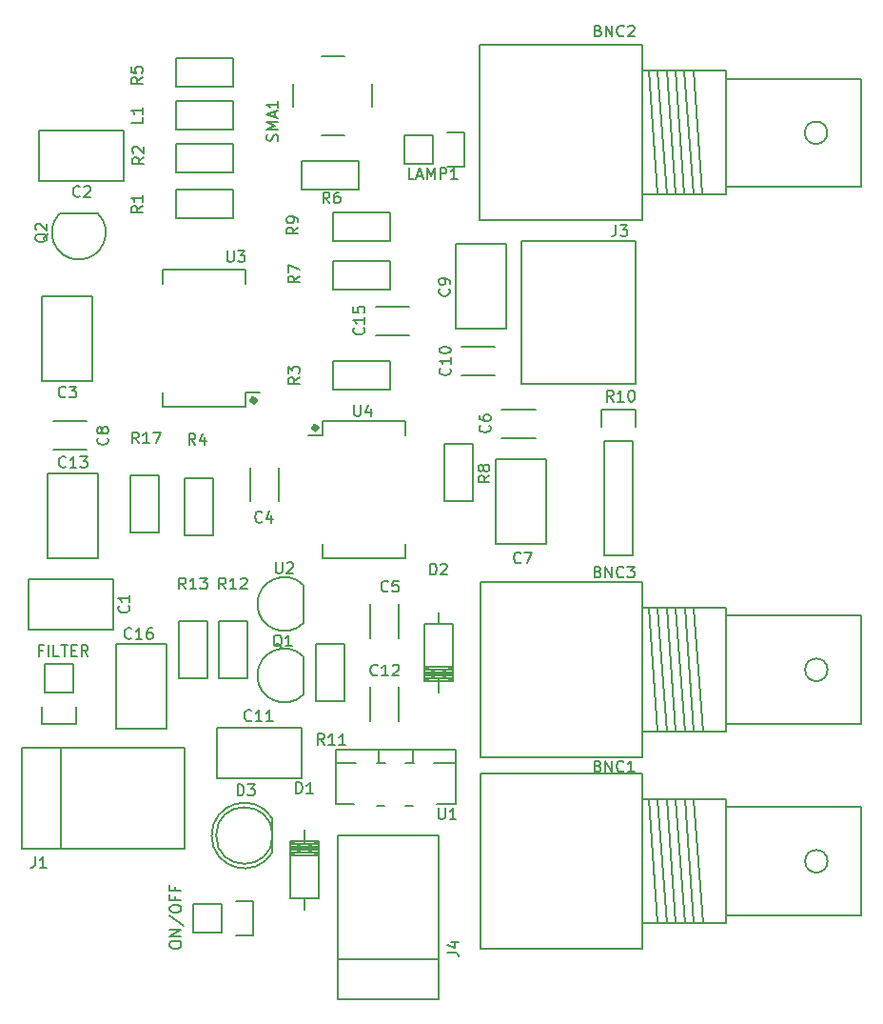
<source format=gto>
%TF.GenerationSoftware,KiCad,Pcbnew,4.0.4+e1-6308~48~ubuntu16.04.1-stable*%
%TF.CreationDate,2016-12-09T19:15:12-08:00*%
%TF.ProjectId,e202var-vlf-radio-receiver,653230327661722D766C662D72616469,v1.2*%
%TF.FileFunction,Legend,Top*%
%FSLAX46Y46*%
G04 Gerber Fmt 4.6, Leading zero omitted, Abs format (unit mm)*
G04 Created by KiCad (PCBNEW 4.0.4+e1-6308~48~ubuntu16.04.1-stable) date Fri Dec  9 19:15:12 2016*
%MOMM*%
%LPD*%
G01*
G04 APERTURE LIST*
%ADD10C,0.350000*%
%ADD11C,0.152400*%
%ADD12C,0.150000*%
%ADD13C,0.508000*%
G04 APERTURE END LIST*
D10*
D11*
X71833619Y-118515190D02*
X71833619Y-118321667D01*
X71882000Y-118224905D01*
X71978762Y-118128143D01*
X72172286Y-118079762D01*
X72510952Y-118079762D01*
X72704476Y-118128143D01*
X72801238Y-118224905D01*
X72849619Y-118321667D01*
X72849619Y-118515190D01*
X72801238Y-118611952D01*
X72704476Y-118708714D01*
X72510952Y-118757095D01*
X72172286Y-118757095D01*
X71978762Y-118708714D01*
X71882000Y-118611952D01*
X71833619Y-118515190D01*
X72849619Y-117644333D02*
X71833619Y-117644333D01*
X72849619Y-117063762D01*
X71833619Y-117063762D01*
X71785238Y-115854238D02*
X73091524Y-116725095D01*
X71833619Y-115322047D02*
X71833619Y-115128524D01*
X71882000Y-115031762D01*
X71978762Y-114935000D01*
X72172286Y-114886619D01*
X72510952Y-114886619D01*
X72704476Y-114935000D01*
X72801238Y-115031762D01*
X72849619Y-115128524D01*
X72849619Y-115322047D01*
X72801238Y-115418809D01*
X72704476Y-115515571D01*
X72510952Y-115563952D01*
X72172286Y-115563952D01*
X71978762Y-115515571D01*
X71882000Y-115418809D01*
X71833619Y-115322047D01*
X72317429Y-114112524D02*
X72317429Y-114451190D01*
X72849619Y-114451190D02*
X71833619Y-114451190D01*
X71833619Y-113967381D01*
X72317429Y-113241667D02*
X72317429Y-113580333D01*
X72849619Y-113580333D02*
X71833619Y-113580333D01*
X71833619Y-113096524D01*
D12*
X86812120Y-119722900D02*
X95813880Y-119722900D01*
X86812120Y-123223020D02*
X95813880Y-123223020D01*
X95813880Y-123223020D02*
X95813880Y-108722160D01*
X95813880Y-108722160D02*
X86812120Y-108722160D01*
X86812120Y-108722160D02*
X86812120Y-123223020D01*
X62189360Y-100909120D02*
X62189360Y-109910880D01*
X58689240Y-100909120D02*
X58689240Y-109910880D01*
X58689240Y-109910880D02*
X73190100Y-109910880D01*
X73190100Y-109910880D02*
X73190100Y-100909120D01*
X73190100Y-100909120D02*
X58689240Y-100909120D01*
X85360000Y-39420800D02*
X87360000Y-39420800D01*
X89865200Y-41926000D02*
X89865200Y-43926000D01*
X87360000Y-46431200D02*
X85360000Y-46431200D01*
X82854800Y-43926000D02*
X82854800Y-41926000D01*
X118480840Y-105498900D02*
X119280940Y-116497100D01*
X117680740Y-105498900D02*
X118480840Y-116497100D01*
X116880640Y-105498900D02*
X117680740Y-116497100D01*
X116080540Y-105498900D02*
X116880640Y-116497100D01*
X115280440Y-105498900D02*
X116080540Y-116497100D01*
X114480340Y-105498900D02*
X115280440Y-116497100D01*
X130380740Y-110998000D02*
G75*
G03X130380740Y-110998000I-1000760J0D01*
G01*
X121378980Y-115798600D02*
X133380480Y-115798600D01*
X133380480Y-115798600D02*
X133380480Y-106197400D01*
X133380480Y-106197400D02*
X121378980Y-106197400D01*
X113880900Y-116497100D02*
X121378980Y-116497100D01*
X121378980Y-116497100D02*
X121378980Y-105498900D01*
X121378980Y-105498900D02*
X113880900Y-105498900D01*
X99479100Y-103197660D02*
X99479100Y-118798340D01*
X99479100Y-118798340D02*
X113880900Y-118798340D01*
X113880900Y-118798340D02*
X113880900Y-103197660D01*
X113880900Y-103197660D02*
X99479100Y-103197660D01*
X118455440Y-40746680D02*
X119255540Y-51744880D01*
X117655340Y-40746680D02*
X118455440Y-51744880D01*
X116855240Y-40746680D02*
X117655340Y-51744880D01*
X116055140Y-40746680D02*
X116855240Y-51744880D01*
X115255040Y-40746680D02*
X116055140Y-51744880D01*
X114454940Y-40746680D02*
X115255040Y-51744880D01*
X130355340Y-46245780D02*
G75*
G03X130355340Y-46245780I-1000760J0D01*
G01*
X121353580Y-51046380D02*
X133355080Y-51046380D01*
X133355080Y-51046380D02*
X133355080Y-41445180D01*
X133355080Y-41445180D02*
X121353580Y-41445180D01*
X113855500Y-51744880D02*
X121353580Y-51744880D01*
X121353580Y-51744880D02*
X121353580Y-40746680D01*
X121353580Y-40746680D02*
X113855500Y-40746680D01*
X99453700Y-38445440D02*
X99453700Y-54046120D01*
X99453700Y-54046120D02*
X113855500Y-54046120D01*
X113855500Y-54046120D02*
X113855500Y-38445440D01*
X113855500Y-38445440D02*
X99453700Y-38445440D01*
X118480840Y-88480900D02*
X119280940Y-99479100D01*
X117680740Y-88480900D02*
X118480840Y-99479100D01*
X116880640Y-88480900D02*
X117680740Y-99479100D01*
X116080540Y-88480900D02*
X116880640Y-99479100D01*
X115280440Y-88480900D02*
X116080540Y-99479100D01*
X114480340Y-88480900D02*
X115280440Y-99479100D01*
X130380740Y-93980000D02*
G75*
G03X130380740Y-93980000I-1000760J0D01*
G01*
X121378980Y-98780600D02*
X133380480Y-98780600D01*
X133380480Y-98780600D02*
X133380480Y-89179400D01*
X133380480Y-89179400D02*
X121378980Y-89179400D01*
X113880900Y-99479100D02*
X121378980Y-99479100D01*
X121378980Y-99479100D02*
X121378980Y-88480900D01*
X121378980Y-88480900D02*
X113880900Y-88480900D01*
X99479100Y-86179660D02*
X99479100Y-101780340D01*
X99479100Y-101780340D02*
X113880900Y-101780340D01*
X113880900Y-101780340D02*
X113880900Y-86179660D01*
X113880900Y-86179660D02*
X99479100Y-86179660D01*
X59282000Y-85888000D02*
X66782000Y-85888000D01*
X66782000Y-85888000D02*
X66782000Y-90388000D01*
X66782000Y-90388000D02*
X59282000Y-90388000D01*
X59282000Y-90388000D02*
X59282000Y-85888000D01*
X67718000Y-50510000D02*
X60218000Y-50510000D01*
X60218000Y-50510000D02*
X60218000Y-46010000D01*
X60218000Y-46010000D02*
X67718000Y-46010000D01*
X67718000Y-46010000D02*
X67718000Y-50510000D01*
X60488000Y-68306000D02*
X60488000Y-60806000D01*
X60488000Y-60806000D02*
X64988000Y-60806000D01*
X64988000Y-60806000D02*
X64988000Y-68306000D01*
X64988000Y-68306000D02*
X60488000Y-68306000D01*
X81514000Y-75990000D02*
X81514000Y-78990000D01*
X79014000Y-78990000D02*
X79014000Y-75990000D01*
X92182000Y-88142000D02*
X92182000Y-91142000D01*
X89682000Y-91142000D02*
X89682000Y-88142000D01*
X104390000Y-73386000D02*
X101390000Y-73386000D01*
X101390000Y-70886000D02*
X104390000Y-70886000D01*
X105374000Y-75284000D02*
X105374000Y-82784000D01*
X105374000Y-82784000D02*
X100874000Y-82784000D01*
X100874000Y-82784000D02*
X100874000Y-75284000D01*
X100874000Y-75284000D02*
X105374000Y-75284000D01*
X61472000Y-71902000D02*
X64472000Y-71902000D01*
X64472000Y-74402000D02*
X61472000Y-74402000D01*
X97318000Y-63654000D02*
X97318000Y-56154000D01*
X97318000Y-56154000D02*
X101818000Y-56154000D01*
X101818000Y-56154000D02*
X101818000Y-63654000D01*
X101818000Y-63654000D02*
X97318000Y-63654000D01*
X97794000Y-65298000D02*
X100794000Y-65298000D01*
X100794000Y-67798000D02*
X97794000Y-67798000D01*
X89682000Y-98508000D02*
X89682000Y-95508000D01*
X92182000Y-95508000D02*
X92182000Y-98508000D01*
X65496000Y-76554000D02*
X65496000Y-84054000D01*
X65496000Y-84054000D02*
X60996000Y-84054000D01*
X60996000Y-84054000D02*
X60996000Y-76554000D01*
X60996000Y-76554000D02*
X65496000Y-76554000D01*
X93174000Y-64242000D02*
X90174000Y-64242000D01*
X90174000Y-61742000D02*
X93174000Y-61742000D01*
X67092000Y-99214000D02*
X67092000Y-91714000D01*
X67092000Y-91714000D02*
X71592000Y-91714000D01*
X71592000Y-91714000D02*
X71592000Y-99214000D01*
X71592000Y-99214000D02*
X67092000Y-99214000D01*
X83820000Y-114300000D02*
X83820000Y-115316000D01*
X83820000Y-109474000D02*
X83820000Y-108204000D01*
X85090000Y-109728000D02*
X82550000Y-109728000D01*
X85090000Y-109982000D02*
X82550000Y-109982000D01*
X85090000Y-110236000D02*
X82550000Y-110236000D01*
X85090000Y-109474000D02*
X82550000Y-109474000D01*
X85090000Y-110490000D02*
X82550000Y-109220000D01*
X85090000Y-109220000D02*
X82550000Y-110490000D01*
X85090000Y-110490000D02*
X82550000Y-110490000D01*
X85090000Y-109855000D02*
X82550000Y-109855000D01*
X82550000Y-109220000D02*
X85090000Y-109220000D01*
X85090000Y-109220000D02*
X85090000Y-114300000D01*
X85090000Y-114300000D02*
X82550000Y-114300000D01*
X82550000Y-114300000D02*
X82550000Y-109220000D01*
X95752920Y-89916000D02*
X95752920Y-88900000D01*
X95752920Y-94742000D02*
X95752920Y-96012000D01*
X94482920Y-94488000D02*
X97022920Y-94488000D01*
X94482920Y-94234000D02*
X97022920Y-94234000D01*
X94482920Y-93980000D02*
X97022920Y-93980000D01*
X94482920Y-94742000D02*
X97022920Y-94742000D01*
X94482920Y-93726000D02*
X97022920Y-94996000D01*
X94482920Y-94996000D02*
X97022920Y-93726000D01*
X94482920Y-93726000D02*
X97022920Y-93726000D01*
X94482920Y-94361000D02*
X97022920Y-94361000D01*
X97022920Y-94996000D02*
X94482920Y-94996000D01*
X94482920Y-94996000D02*
X94482920Y-89916000D01*
X94482920Y-89916000D02*
X97022920Y-89916000D01*
X97022920Y-89916000D02*
X97022920Y-94996000D01*
X76454000Y-117348000D02*
X73914000Y-117348000D01*
X79274000Y-117628000D02*
X77724000Y-117628000D01*
X76454000Y-117348000D02*
X76454000Y-114808000D01*
X77724000Y-114528000D02*
X79274000Y-114528000D01*
X79274000Y-114528000D02*
X79274000Y-117628000D01*
X76454000Y-114808000D02*
X73914000Y-114808000D01*
X73914000Y-114808000D02*
X73914000Y-117348000D01*
X60706000Y-96012000D02*
X60706000Y-93472000D01*
X60426000Y-98832000D02*
X60426000Y-97282000D01*
X60706000Y-96012000D02*
X63246000Y-96012000D01*
X63526000Y-97282000D02*
X63526000Y-98832000D01*
X63526000Y-98832000D02*
X60426000Y-98832000D01*
X63246000Y-96012000D02*
X63246000Y-93472000D01*
X63246000Y-93472000D02*
X60706000Y-93472000D01*
X95250000Y-49022000D02*
X92710000Y-49022000D01*
X98070000Y-49302000D02*
X96520000Y-49302000D01*
X95250000Y-49022000D02*
X95250000Y-46482000D01*
X96520000Y-46202000D02*
X98070000Y-46202000D01*
X98070000Y-46202000D02*
X98070000Y-49302000D01*
X95250000Y-46482000D02*
X92710000Y-46482000D01*
X92710000Y-46482000D02*
X92710000Y-49022000D01*
X83742000Y-96188000D02*
X83742000Y-92788000D01*
X83739056Y-96185056D02*
G75*
G02X79642000Y-94488000I-1697056J1697056D01*
G01*
X83739056Y-92790944D02*
G75*
G03X79642000Y-94488000I-1697056J-1697056D01*
G01*
X65454000Y-53418000D02*
X62054000Y-53418000D01*
X65451056Y-53420944D02*
G75*
G02X63754000Y-57518000I-1697056J-1697056D01*
G01*
X62056944Y-53420944D02*
G75*
G03X63754000Y-57518000I1697056J-1697056D01*
G01*
X77470000Y-53848000D02*
X72390000Y-53848000D01*
X72390000Y-53848000D02*
X72390000Y-51308000D01*
X72390000Y-51308000D02*
X77470000Y-51308000D01*
X77470000Y-51308000D02*
X77470000Y-53848000D01*
X86360000Y-66548000D02*
X91440000Y-66548000D01*
X91440000Y-66548000D02*
X91440000Y-69088000D01*
X91440000Y-69088000D02*
X86360000Y-69088000D01*
X86360000Y-69088000D02*
X86360000Y-66548000D01*
X75692000Y-76962000D02*
X75692000Y-82042000D01*
X75692000Y-82042000D02*
X73152000Y-82042000D01*
X73152000Y-82042000D02*
X73152000Y-76962000D01*
X73152000Y-76962000D02*
X75692000Y-76962000D01*
X72390000Y-39624000D02*
X77470000Y-39624000D01*
X77470000Y-39624000D02*
X77470000Y-42164000D01*
X77470000Y-42164000D02*
X72390000Y-42164000D01*
X72390000Y-42164000D02*
X72390000Y-39624000D01*
X88646000Y-51308000D02*
X83566000Y-51308000D01*
X83566000Y-51308000D02*
X83566000Y-48768000D01*
X83566000Y-48768000D02*
X88646000Y-48768000D01*
X88646000Y-48768000D02*
X88646000Y-51308000D01*
X86360000Y-57658000D02*
X91440000Y-57658000D01*
X91440000Y-57658000D02*
X91440000Y-60198000D01*
X91440000Y-60198000D02*
X86360000Y-60198000D01*
X86360000Y-60198000D02*
X86360000Y-57658000D01*
X98806000Y-73914000D02*
X98806000Y-78994000D01*
X98806000Y-78994000D02*
X96266000Y-78994000D01*
X96266000Y-78994000D02*
X96266000Y-73914000D01*
X96266000Y-73914000D02*
X98806000Y-73914000D01*
X91440000Y-55880000D02*
X86360000Y-55880000D01*
X86360000Y-55880000D02*
X86360000Y-53340000D01*
X86360000Y-53340000D02*
X91440000Y-53340000D01*
X91440000Y-53340000D02*
X91440000Y-55880000D01*
X110210000Y-72390000D02*
X110210000Y-70840000D01*
X110210000Y-70840000D02*
X113310000Y-70840000D01*
X113310000Y-70840000D02*
X113310000Y-72390000D01*
X113030000Y-73660000D02*
X113030000Y-83820000D01*
X113030000Y-83820000D02*
X110490000Y-83820000D01*
X110490000Y-83820000D02*
X110490000Y-73660000D01*
X113030000Y-73660000D02*
X110490000Y-73660000D01*
X84836000Y-96774000D02*
X84836000Y-91694000D01*
X84836000Y-91694000D02*
X87376000Y-91694000D01*
X87376000Y-91694000D02*
X87376000Y-96774000D01*
X87376000Y-96774000D02*
X84836000Y-96774000D01*
X78740000Y-89662000D02*
X78740000Y-94742000D01*
X78740000Y-94742000D02*
X76200000Y-94742000D01*
X76200000Y-94742000D02*
X76200000Y-89662000D01*
X76200000Y-89662000D02*
X78740000Y-89662000D01*
X75184000Y-89662000D02*
X75184000Y-94742000D01*
X75184000Y-94742000D02*
X72644000Y-94742000D01*
X72644000Y-94742000D02*
X72644000Y-89662000D01*
X72644000Y-89662000D02*
X75184000Y-89662000D01*
X68326000Y-81788000D02*
X68326000Y-76708000D01*
X68326000Y-76708000D02*
X70866000Y-76708000D01*
X70866000Y-76708000D02*
X70866000Y-81788000D01*
X70866000Y-81788000D02*
X68326000Y-81788000D01*
X97282000Y-102235000D02*
X95377000Y-102235000D01*
X92837000Y-102235000D02*
X93599000Y-102235000D01*
X90424000Y-102235000D02*
X90297000Y-102235000D01*
X90424000Y-102235000D02*
X91059000Y-102235000D01*
X86614000Y-102235000D02*
X88392000Y-102235000D01*
X86614000Y-105918000D02*
X88265000Y-105918000D01*
X90932000Y-106045000D02*
X90297000Y-106045000D01*
X93472000Y-106045000D02*
X92837000Y-106045000D01*
X97282000Y-105918000D02*
X95631000Y-105918000D01*
X90424000Y-101092000D02*
X90424000Y-102235000D01*
X93472000Y-101092000D02*
X93472000Y-102235000D01*
X97282000Y-102235000D02*
X97282000Y-105918000D01*
X86614000Y-105918000D02*
X86614000Y-102235000D01*
X97282000Y-101092000D02*
X97282000Y-102235000D01*
X86614000Y-102235000D02*
X86614000Y-101092000D01*
X91948000Y-101092000D02*
X86614000Y-101092000D01*
X91948000Y-101092000D02*
X97282000Y-101092000D01*
X83742000Y-89838000D02*
X83742000Y-86438000D01*
X83739056Y-89835056D02*
G75*
G02X79642000Y-88138000I-1697056J1697056D01*
G01*
X83739056Y-86440944D02*
G75*
G03X79642000Y-88138000I-1697056J-1697056D01*
G01*
D13*
X79446906Y-70027800D02*
G75*
G03X79446906Y-70027800I-148106J0D01*
G01*
D12*
X78605000Y-70621000D02*
X78605000Y-69351000D01*
X71255000Y-70621000D02*
X71255000Y-69351000D01*
X71255000Y-58411000D02*
X71255000Y-59681000D01*
X78605000Y-58411000D02*
X78605000Y-59681000D01*
X78605000Y-70621000D02*
X71255000Y-70621000D01*
X78605000Y-58411000D02*
X71255000Y-58411000D01*
X78605000Y-69351000D02*
X79890000Y-69351000D01*
D13*
X84933306Y-72466200D02*
G75*
G03X84933306Y-72466200I-148106J0D01*
G01*
D12*
X85479000Y-71873000D02*
X85479000Y-73143000D01*
X92829000Y-71873000D02*
X92829000Y-73143000D01*
X92829000Y-84083000D02*
X92829000Y-82813000D01*
X85479000Y-84083000D02*
X85479000Y-82813000D01*
X85479000Y-71873000D02*
X92829000Y-71873000D01*
X85479000Y-84083000D02*
X92829000Y-84083000D01*
X85479000Y-73143000D02*
X84194000Y-73143000D01*
X77470000Y-45974000D02*
X72390000Y-45974000D01*
X72390000Y-45974000D02*
X72390000Y-43434000D01*
X72390000Y-43434000D02*
X77470000Y-43434000D01*
X77470000Y-43434000D02*
X77470000Y-45974000D01*
D11*
X103124000Y-68580000D02*
X113284000Y-68580000D01*
X103124000Y-55880000D02*
X103124000Y-68580000D01*
X113284000Y-55880000D02*
X103124000Y-55880000D01*
X113284000Y-68580000D02*
X113284000Y-55880000D01*
D12*
X72390000Y-47244000D02*
X77470000Y-47244000D01*
X77470000Y-47244000D02*
X77470000Y-49784000D01*
X77470000Y-49784000D02*
X72390000Y-49784000D01*
X72390000Y-49784000D02*
X72390000Y-47244000D01*
X76046000Y-99096000D02*
X83546000Y-99096000D01*
X83546000Y-99096000D02*
X83546000Y-103596000D01*
X83546000Y-103596000D02*
X76046000Y-103596000D01*
X76046000Y-103596000D02*
X76046000Y-99096000D01*
X80970888Y-107187096D02*
G75*
G03X80986000Y-110212000I-2484888J-1524904D01*
G01*
X80986000Y-107212000D02*
X80986000Y-110212000D01*
X81003936Y-108712000D02*
G75*
G03X81003936Y-108712000I-2517936J0D01*
G01*
X96556581Y-119106273D02*
X97270867Y-119106273D01*
X97413724Y-119153893D01*
X97508962Y-119249131D01*
X97556581Y-119391988D01*
X97556581Y-119487226D01*
X96889914Y-118201511D02*
X97556581Y-118201511D01*
X96508962Y-118439607D02*
X97223248Y-118677702D01*
X97223248Y-118058654D01*
X59864667Y-110577381D02*
X59864667Y-111291667D01*
X59817047Y-111434524D01*
X59721809Y-111529762D01*
X59578952Y-111577381D01*
X59483714Y-111577381D01*
X60864667Y-111577381D02*
X60293238Y-111577381D01*
X60578952Y-111577381D02*
X60578952Y-110577381D01*
X60483714Y-110720238D01*
X60388476Y-110815476D01*
X60293238Y-110863095D01*
X81430762Y-46973905D02*
X81478381Y-46831048D01*
X81478381Y-46592952D01*
X81430762Y-46497714D01*
X81383143Y-46450095D01*
X81287905Y-46402476D01*
X81192667Y-46402476D01*
X81097429Y-46450095D01*
X81049810Y-46497714D01*
X81002190Y-46592952D01*
X80954571Y-46783429D01*
X80906952Y-46878667D01*
X80859333Y-46926286D01*
X80764095Y-46973905D01*
X80668857Y-46973905D01*
X80573619Y-46926286D01*
X80526000Y-46878667D01*
X80478381Y-46783429D01*
X80478381Y-46545333D01*
X80526000Y-46402476D01*
X81478381Y-45973905D02*
X80478381Y-45973905D01*
X81192667Y-45640571D01*
X80478381Y-45307238D01*
X81478381Y-45307238D01*
X81192667Y-44878667D02*
X81192667Y-44402476D01*
X81478381Y-44973905D02*
X80478381Y-44640572D01*
X81478381Y-44307238D01*
X81478381Y-43450095D02*
X81478381Y-44021524D01*
X81478381Y-43735810D02*
X80478381Y-43735810D01*
X80621238Y-43831048D01*
X80716476Y-43926286D01*
X80764095Y-44021524D01*
X109950429Y-102544571D02*
X110093286Y-102592190D01*
X110140905Y-102639810D01*
X110188524Y-102735048D01*
X110188524Y-102877905D01*
X110140905Y-102973143D01*
X110093286Y-103020762D01*
X109998048Y-103068381D01*
X109617095Y-103068381D01*
X109617095Y-102068381D01*
X109950429Y-102068381D01*
X110045667Y-102116000D01*
X110093286Y-102163619D01*
X110140905Y-102258857D01*
X110140905Y-102354095D01*
X110093286Y-102449333D01*
X110045667Y-102496952D01*
X109950429Y-102544571D01*
X109617095Y-102544571D01*
X110617095Y-103068381D02*
X110617095Y-102068381D01*
X111188524Y-103068381D01*
X111188524Y-102068381D01*
X112236143Y-102973143D02*
X112188524Y-103020762D01*
X112045667Y-103068381D01*
X111950429Y-103068381D01*
X111807571Y-103020762D01*
X111712333Y-102925524D01*
X111664714Y-102830286D01*
X111617095Y-102639810D01*
X111617095Y-102496952D01*
X111664714Y-102306476D01*
X111712333Y-102211238D01*
X111807571Y-102116000D01*
X111950429Y-102068381D01*
X112045667Y-102068381D01*
X112188524Y-102116000D01*
X112236143Y-102163619D01*
X113188524Y-103068381D02*
X112617095Y-103068381D01*
X112902809Y-103068381D02*
X112902809Y-102068381D01*
X112807571Y-102211238D01*
X112712333Y-102306476D01*
X112617095Y-102354095D01*
X109976029Y-37174351D02*
X110118886Y-37221970D01*
X110166505Y-37269590D01*
X110214124Y-37364828D01*
X110214124Y-37507685D01*
X110166505Y-37602923D01*
X110118886Y-37650542D01*
X110023648Y-37698161D01*
X109642695Y-37698161D01*
X109642695Y-36698161D01*
X109976029Y-36698161D01*
X110071267Y-36745780D01*
X110118886Y-36793399D01*
X110166505Y-36888637D01*
X110166505Y-36983875D01*
X110118886Y-37079113D01*
X110071267Y-37126732D01*
X109976029Y-37174351D01*
X109642695Y-37174351D01*
X110642695Y-37698161D02*
X110642695Y-36698161D01*
X111214124Y-37698161D01*
X111214124Y-36698161D01*
X112261743Y-37602923D02*
X112214124Y-37650542D01*
X112071267Y-37698161D01*
X111976029Y-37698161D01*
X111833171Y-37650542D01*
X111737933Y-37555304D01*
X111690314Y-37460066D01*
X111642695Y-37269590D01*
X111642695Y-37126732D01*
X111690314Y-36936256D01*
X111737933Y-36841018D01*
X111833171Y-36745780D01*
X111976029Y-36698161D01*
X112071267Y-36698161D01*
X112214124Y-36745780D01*
X112261743Y-36793399D01*
X112642695Y-36793399D02*
X112690314Y-36745780D01*
X112785552Y-36698161D01*
X113023648Y-36698161D01*
X113118886Y-36745780D01*
X113166505Y-36793399D01*
X113214124Y-36888637D01*
X113214124Y-36983875D01*
X113166505Y-37126732D01*
X112595076Y-37698161D01*
X113214124Y-37698161D01*
X109950429Y-85272571D02*
X110093286Y-85320190D01*
X110140905Y-85367810D01*
X110188524Y-85463048D01*
X110188524Y-85605905D01*
X110140905Y-85701143D01*
X110093286Y-85748762D01*
X109998048Y-85796381D01*
X109617095Y-85796381D01*
X109617095Y-84796381D01*
X109950429Y-84796381D01*
X110045667Y-84844000D01*
X110093286Y-84891619D01*
X110140905Y-84986857D01*
X110140905Y-85082095D01*
X110093286Y-85177333D01*
X110045667Y-85224952D01*
X109950429Y-85272571D01*
X109617095Y-85272571D01*
X110617095Y-85796381D02*
X110617095Y-84796381D01*
X111188524Y-85796381D01*
X111188524Y-84796381D01*
X112236143Y-85701143D02*
X112188524Y-85748762D01*
X112045667Y-85796381D01*
X111950429Y-85796381D01*
X111807571Y-85748762D01*
X111712333Y-85653524D01*
X111664714Y-85558286D01*
X111617095Y-85367810D01*
X111617095Y-85224952D01*
X111664714Y-85034476D01*
X111712333Y-84939238D01*
X111807571Y-84844000D01*
X111950429Y-84796381D01*
X112045667Y-84796381D01*
X112188524Y-84844000D01*
X112236143Y-84891619D01*
X112569476Y-84796381D02*
X113188524Y-84796381D01*
X112855190Y-85177333D01*
X112998048Y-85177333D01*
X113093286Y-85224952D01*
X113140905Y-85272571D01*
X113188524Y-85367810D01*
X113188524Y-85605905D01*
X113140905Y-85701143D01*
X113093286Y-85748762D01*
X112998048Y-85796381D01*
X112712333Y-85796381D01*
X112617095Y-85748762D01*
X112569476Y-85701143D01*
X68175143Y-88304666D02*
X68222762Y-88352285D01*
X68270381Y-88495142D01*
X68270381Y-88590380D01*
X68222762Y-88733238D01*
X68127524Y-88828476D01*
X68032286Y-88876095D01*
X67841810Y-88923714D01*
X67698952Y-88923714D01*
X67508476Y-88876095D01*
X67413238Y-88828476D01*
X67318000Y-88733238D01*
X67270381Y-88590380D01*
X67270381Y-88495142D01*
X67318000Y-88352285D01*
X67365619Y-88304666D01*
X68270381Y-87352285D02*
X68270381Y-87923714D01*
X68270381Y-87638000D02*
X67270381Y-87638000D01*
X67413238Y-87733238D01*
X67508476Y-87828476D01*
X67556095Y-87923714D01*
X63851334Y-51867143D02*
X63803715Y-51914762D01*
X63660858Y-51962381D01*
X63565620Y-51962381D01*
X63422762Y-51914762D01*
X63327524Y-51819524D01*
X63279905Y-51724286D01*
X63232286Y-51533810D01*
X63232286Y-51390952D01*
X63279905Y-51200476D01*
X63327524Y-51105238D01*
X63422762Y-51010000D01*
X63565620Y-50962381D01*
X63660858Y-50962381D01*
X63803715Y-51010000D01*
X63851334Y-51057619D01*
X64232286Y-51057619D02*
X64279905Y-51010000D01*
X64375143Y-50962381D01*
X64613239Y-50962381D01*
X64708477Y-51010000D01*
X64756096Y-51057619D01*
X64803715Y-51152857D01*
X64803715Y-51248095D01*
X64756096Y-51390952D01*
X64184667Y-51962381D01*
X64803715Y-51962381D01*
X62571334Y-69699143D02*
X62523715Y-69746762D01*
X62380858Y-69794381D01*
X62285620Y-69794381D01*
X62142762Y-69746762D01*
X62047524Y-69651524D01*
X61999905Y-69556286D01*
X61952286Y-69365810D01*
X61952286Y-69222952D01*
X61999905Y-69032476D01*
X62047524Y-68937238D01*
X62142762Y-68842000D01*
X62285620Y-68794381D01*
X62380858Y-68794381D01*
X62523715Y-68842000D01*
X62571334Y-68889619D01*
X62904667Y-68794381D02*
X63523715Y-68794381D01*
X63190381Y-69175333D01*
X63333239Y-69175333D01*
X63428477Y-69222952D01*
X63476096Y-69270571D01*
X63523715Y-69365810D01*
X63523715Y-69603905D01*
X63476096Y-69699143D01*
X63428477Y-69746762D01*
X63333239Y-69794381D01*
X63047524Y-69794381D01*
X62952286Y-69746762D01*
X62904667Y-69699143D01*
X80047334Y-80797143D02*
X79999715Y-80844762D01*
X79856858Y-80892381D01*
X79761620Y-80892381D01*
X79618762Y-80844762D01*
X79523524Y-80749524D01*
X79475905Y-80654286D01*
X79428286Y-80463810D01*
X79428286Y-80320952D01*
X79475905Y-80130476D01*
X79523524Y-80035238D01*
X79618762Y-79940000D01*
X79761620Y-79892381D01*
X79856858Y-79892381D01*
X79999715Y-79940000D01*
X80047334Y-79987619D01*
X80904477Y-80225714D02*
X80904477Y-80892381D01*
X80666381Y-79844762D02*
X80428286Y-80559048D01*
X81047334Y-80559048D01*
X91273334Y-86971143D02*
X91225715Y-87018762D01*
X91082858Y-87066381D01*
X90987620Y-87066381D01*
X90844762Y-87018762D01*
X90749524Y-86923524D01*
X90701905Y-86828286D01*
X90654286Y-86637810D01*
X90654286Y-86494952D01*
X90701905Y-86304476D01*
X90749524Y-86209238D01*
X90844762Y-86114000D01*
X90987620Y-86066381D01*
X91082858Y-86066381D01*
X91225715Y-86114000D01*
X91273334Y-86161619D01*
X92178096Y-86066381D02*
X91701905Y-86066381D01*
X91654286Y-86542571D01*
X91701905Y-86494952D01*
X91797143Y-86447333D01*
X92035239Y-86447333D01*
X92130477Y-86494952D01*
X92178096Y-86542571D01*
X92225715Y-86637810D01*
X92225715Y-86875905D01*
X92178096Y-86971143D01*
X92130477Y-87018762D01*
X92035239Y-87066381D01*
X91797143Y-87066381D01*
X91701905Y-87018762D01*
X91654286Y-86971143D01*
X100297143Y-72252666D02*
X100344762Y-72300285D01*
X100392381Y-72443142D01*
X100392381Y-72538380D01*
X100344762Y-72681238D01*
X100249524Y-72776476D01*
X100154286Y-72824095D01*
X99963810Y-72871714D01*
X99820952Y-72871714D01*
X99630476Y-72824095D01*
X99535238Y-72776476D01*
X99440000Y-72681238D01*
X99392381Y-72538380D01*
X99392381Y-72443142D01*
X99440000Y-72300285D01*
X99487619Y-72252666D01*
X99392381Y-71395523D02*
X99392381Y-71586000D01*
X99440000Y-71681238D01*
X99487619Y-71728857D01*
X99630476Y-71824095D01*
X99820952Y-71871714D01*
X100201905Y-71871714D01*
X100297143Y-71824095D01*
X100344762Y-71776476D01*
X100392381Y-71681238D01*
X100392381Y-71490761D01*
X100344762Y-71395523D01*
X100297143Y-71347904D01*
X100201905Y-71300285D01*
X99963810Y-71300285D01*
X99868571Y-71347904D01*
X99820952Y-71395523D01*
X99773333Y-71490761D01*
X99773333Y-71681238D01*
X99820952Y-71776476D01*
X99868571Y-71824095D01*
X99963810Y-71871714D01*
X103084334Y-84431143D02*
X103036715Y-84478762D01*
X102893858Y-84526381D01*
X102798620Y-84526381D01*
X102655762Y-84478762D01*
X102560524Y-84383524D01*
X102512905Y-84288286D01*
X102465286Y-84097810D01*
X102465286Y-83954952D01*
X102512905Y-83764476D01*
X102560524Y-83669238D01*
X102655762Y-83574000D01*
X102798620Y-83526381D01*
X102893858Y-83526381D01*
X103036715Y-83574000D01*
X103084334Y-83621619D01*
X103417667Y-83526381D02*
X104084334Y-83526381D01*
X103655762Y-84526381D01*
X66279143Y-73368666D02*
X66326762Y-73416285D01*
X66374381Y-73559142D01*
X66374381Y-73654380D01*
X66326762Y-73797238D01*
X66231524Y-73892476D01*
X66136286Y-73940095D01*
X65945810Y-73987714D01*
X65802952Y-73987714D01*
X65612476Y-73940095D01*
X65517238Y-73892476D01*
X65422000Y-73797238D01*
X65374381Y-73654380D01*
X65374381Y-73559142D01*
X65422000Y-73416285D01*
X65469619Y-73368666D01*
X65802952Y-72797238D02*
X65755333Y-72892476D01*
X65707714Y-72940095D01*
X65612476Y-72987714D01*
X65564857Y-72987714D01*
X65469619Y-72940095D01*
X65422000Y-72892476D01*
X65374381Y-72797238D01*
X65374381Y-72606761D01*
X65422000Y-72511523D01*
X65469619Y-72463904D01*
X65564857Y-72416285D01*
X65612476Y-72416285D01*
X65707714Y-72463904D01*
X65755333Y-72511523D01*
X65802952Y-72606761D01*
X65802952Y-72797238D01*
X65850571Y-72892476D01*
X65898190Y-72940095D01*
X65993429Y-72987714D01*
X66183905Y-72987714D01*
X66279143Y-72940095D01*
X66326762Y-72892476D01*
X66374381Y-72797238D01*
X66374381Y-72606761D01*
X66326762Y-72511523D01*
X66279143Y-72463904D01*
X66183905Y-72416285D01*
X65993429Y-72416285D01*
X65898190Y-72463904D01*
X65850571Y-72511523D01*
X65802952Y-72606761D01*
X96675143Y-60120666D02*
X96722762Y-60168285D01*
X96770381Y-60311142D01*
X96770381Y-60406380D01*
X96722762Y-60549238D01*
X96627524Y-60644476D01*
X96532286Y-60692095D01*
X96341810Y-60739714D01*
X96198952Y-60739714D01*
X96008476Y-60692095D01*
X95913238Y-60644476D01*
X95818000Y-60549238D01*
X95770381Y-60406380D01*
X95770381Y-60311142D01*
X95818000Y-60168285D01*
X95865619Y-60120666D01*
X96770381Y-59644476D02*
X96770381Y-59454000D01*
X96722762Y-59358761D01*
X96675143Y-59311142D01*
X96532286Y-59215904D01*
X96341810Y-59168285D01*
X95960857Y-59168285D01*
X95865619Y-59215904D01*
X95818000Y-59263523D01*
X95770381Y-59358761D01*
X95770381Y-59549238D01*
X95818000Y-59644476D01*
X95865619Y-59692095D01*
X95960857Y-59739714D01*
X96198952Y-59739714D01*
X96294190Y-59692095D01*
X96341810Y-59644476D01*
X96389429Y-59549238D01*
X96389429Y-59358761D01*
X96341810Y-59263523D01*
X96294190Y-59215904D01*
X96198952Y-59168285D01*
X96750143Y-67190857D02*
X96797762Y-67238476D01*
X96845381Y-67381333D01*
X96845381Y-67476571D01*
X96797762Y-67619429D01*
X96702524Y-67714667D01*
X96607286Y-67762286D01*
X96416810Y-67809905D01*
X96273952Y-67809905D01*
X96083476Y-67762286D01*
X95988238Y-67714667D01*
X95893000Y-67619429D01*
X95845381Y-67476571D01*
X95845381Y-67381333D01*
X95893000Y-67238476D01*
X95940619Y-67190857D01*
X96845381Y-66238476D02*
X96845381Y-66809905D01*
X96845381Y-66524191D02*
X95845381Y-66524191D01*
X95988238Y-66619429D01*
X96083476Y-66714667D01*
X96131095Y-66809905D01*
X95845381Y-65619429D02*
X95845381Y-65524190D01*
X95893000Y-65428952D01*
X95940619Y-65381333D01*
X96035857Y-65333714D01*
X96226333Y-65286095D01*
X96464429Y-65286095D01*
X96654905Y-65333714D01*
X96750143Y-65381333D01*
X96797762Y-65428952D01*
X96845381Y-65524190D01*
X96845381Y-65619429D01*
X96797762Y-65714667D01*
X96750143Y-65762286D01*
X96654905Y-65809905D01*
X96464429Y-65857524D01*
X96226333Y-65857524D01*
X96035857Y-65809905D01*
X95940619Y-65762286D01*
X95893000Y-65714667D01*
X95845381Y-65619429D01*
X90339143Y-94415143D02*
X90291524Y-94462762D01*
X90148667Y-94510381D01*
X90053429Y-94510381D01*
X89910571Y-94462762D01*
X89815333Y-94367524D01*
X89767714Y-94272286D01*
X89720095Y-94081810D01*
X89720095Y-93938952D01*
X89767714Y-93748476D01*
X89815333Y-93653238D01*
X89910571Y-93558000D01*
X90053429Y-93510381D01*
X90148667Y-93510381D01*
X90291524Y-93558000D01*
X90339143Y-93605619D01*
X91291524Y-94510381D02*
X90720095Y-94510381D01*
X91005809Y-94510381D02*
X91005809Y-93510381D01*
X90910571Y-93653238D01*
X90815333Y-93748476D01*
X90720095Y-93796095D01*
X91672476Y-93605619D02*
X91720095Y-93558000D01*
X91815333Y-93510381D01*
X92053429Y-93510381D01*
X92148667Y-93558000D01*
X92196286Y-93605619D01*
X92243905Y-93700857D01*
X92243905Y-93796095D01*
X92196286Y-93938952D01*
X91624857Y-94510381D01*
X92243905Y-94510381D01*
X62603143Y-75922143D02*
X62555524Y-75969762D01*
X62412667Y-76017381D01*
X62317429Y-76017381D01*
X62174571Y-75969762D01*
X62079333Y-75874524D01*
X62031714Y-75779286D01*
X61984095Y-75588810D01*
X61984095Y-75445952D01*
X62031714Y-75255476D01*
X62079333Y-75160238D01*
X62174571Y-75065000D01*
X62317429Y-75017381D01*
X62412667Y-75017381D01*
X62555524Y-75065000D01*
X62603143Y-75112619D01*
X63555524Y-76017381D02*
X62984095Y-76017381D01*
X63269809Y-76017381D02*
X63269809Y-75017381D01*
X63174571Y-75160238D01*
X63079333Y-75255476D01*
X62984095Y-75303095D01*
X63888857Y-75017381D02*
X64507905Y-75017381D01*
X64174571Y-75398333D01*
X64317429Y-75398333D01*
X64412667Y-75445952D01*
X64460286Y-75493571D01*
X64507905Y-75588810D01*
X64507905Y-75826905D01*
X64460286Y-75922143D01*
X64412667Y-75969762D01*
X64317429Y-76017381D01*
X64031714Y-76017381D01*
X63936476Y-75969762D01*
X63888857Y-75922143D01*
X89081143Y-63584857D02*
X89128762Y-63632476D01*
X89176381Y-63775333D01*
X89176381Y-63870571D01*
X89128762Y-64013429D01*
X89033524Y-64108667D01*
X88938286Y-64156286D01*
X88747810Y-64203905D01*
X88604952Y-64203905D01*
X88414476Y-64156286D01*
X88319238Y-64108667D01*
X88224000Y-64013429D01*
X88176381Y-63870571D01*
X88176381Y-63775333D01*
X88224000Y-63632476D01*
X88271619Y-63584857D01*
X89176381Y-62632476D02*
X89176381Y-63203905D01*
X89176381Y-62918191D02*
X88176381Y-62918191D01*
X88319238Y-63013429D01*
X88414476Y-63108667D01*
X88462095Y-63203905D01*
X88176381Y-61727714D02*
X88176381Y-62203905D01*
X88652571Y-62251524D01*
X88604952Y-62203905D01*
X88557333Y-62108667D01*
X88557333Y-61870571D01*
X88604952Y-61775333D01*
X88652571Y-61727714D01*
X88747810Y-61680095D01*
X88985905Y-61680095D01*
X89081143Y-61727714D01*
X89128762Y-61775333D01*
X89176381Y-61870571D01*
X89176381Y-62108667D01*
X89128762Y-62203905D01*
X89081143Y-62251524D01*
X68445143Y-91162143D02*
X68397524Y-91209762D01*
X68254667Y-91257381D01*
X68159429Y-91257381D01*
X68016571Y-91209762D01*
X67921333Y-91114524D01*
X67873714Y-91019286D01*
X67826095Y-90828810D01*
X67826095Y-90685952D01*
X67873714Y-90495476D01*
X67921333Y-90400238D01*
X68016571Y-90305000D01*
X68159429Y-90257381D01*
X68254667Y-90257381D01*
X68397524Y-90305000D01*
X68445143Y-90352619D01*
X69397524Y-91257381D02*
X68826095Y-91257381D01*
X69111809Y-91257381D02*
X69111809Y-90257381D01*
X69016571Y-90400238D01*
X68921333Y-90495476D01*
X68826095Y-90543095D01*
X70254667Y-90257381D02*
X70064190Y-90257381D01*
X69968952Y-90305000D01*
X69921333Y-90352619D01*
X69826095Y-90495476D01*
X69778476Y-90685952D01*
X69778476Y-91066905D01*
X69826095Y-91162143D01*
X69873714Y-91209762D01*
X69968952Y-91257381D01*
X70159429Y-91257381D01*
X70254667Y-91209762D01*
X70302286Y-91162143D01*
X70349905Y-91066905D01*
X70349905Y-90828810D01*
X70302286Y-90733571D01*
X70254667Y-90685952D01*
X70159429Y-90638333D01*
X69968952Y-90638333D01*
X69873714Y-90685952D01*
X69826095Y-90733571D01*
X69778476Y-90828810D01*
X83081905Y-104973381D02*
X83081905Y-103973381D01*
X83320000Y-103973381D01*
X83462858Y-104021000D01*
X83558096Y-104116238D01*
X83605715Y-104211476D01*
X83653334Y-104401952D01*
X83653334Y-104544810D01*
X83605715Y-104735286D01*
X83558096Y-104830524D01*
X83462858Y-104925762D01*
X83320000Y-104973381D01*
X83081905Y-104973381D01*
X84605715Y-104973381D02*
X84034286Y-104973381D01*
X84320000Y-104973381D02*
X84320000Y-103973381D01*
X84224762Y-104116238D01*
X84129524Y-104211476D01*
X84034286Y-104259095D01*
X95014825Y-85542381D02*
X95014825Y-84542381D01*
X95252920Y-84542381D01*
X95395778Y-84590000D01*
X95491016Y-84685238D01*
X95538635Y-84780476D01*
X95586254Y-84970952D01*
X95586254Y-85113810D01*
X95538635Y-85304286D01*
X95491016Y-85399524D01*
X95395778Y-85494762D01*
X95252920Y-85542381D01*
X95014825Y-85542381D01*
X95967206Y-84637619D02*
X96014825Y-84590000D01*
X96110063Y-84542381D01*
X96348159Y-84542381D01*
X96443397Y-84590000D01*
X96491016Y-84637619D01*
X96538635Y-84732857D01*
X96538635Y-84828095D01*
X96491016Y-84970952D01*
X95919587Y-85542381D01*
X96538635Y-85542381D01*
X60523667Y-92257571D02*
X60190333Y-92257571D01*
X60190333Y-92781381D02*
X60190333Y-91781381D01*
X60666524Y-91781381D01*
X61047476Y-92781381D02*
X61047476Y-91781381D01*
X61999857Y-92781381D02*
X61523666Y-92781381D01*
X61523666Y-91781381D01*
X62190333Y-91781381D02*
X62761762Y-91781381D01*
X62476047Y-92781381D02*
X62476047Y-91781381D01*
X63095095Y-92257571D02*
X63428429Y-92257571D01*
X63571286Y-92781381D02*
X63095095Y-92781381D01*
X63095095Y-91781381D01*
X63571286Y-91781381D01*
X64571286Y-92781381D02*
X64237952Y-92305190D01*
X63999857Y-92781381D02*
X63999857Y-91781381D01*
X64380810Y-91781381D01*
X64476048Y-91829000D01*
X64523667Y-91876619D01*
X64571286Y-91971857D01*
X64571286Y-92114714D01*
X64523667Y-92209952D01*
X64476048Y-92257571D01*
X64380810Y-92305190D01*
X63999857Y-92305190D01*
X93583334Y-50363381D02*
X93107143Y-50363381D01*
X93107143Y-49363381D01*
X93869048Y-50077667D02*
X94345239Y-50077667D01*
X93773810Y-50363381D02*
X94107143Y-49363381D01*
X94440477Y-50363381D01*
X94773810Y-50363381D02*
X94773810Y-49363381D01*
X95107144Y-50077667D01*
X95440477Y-49363381D01*
X95440477Y-50363381D01*
X95916667Y-50363381D02*
X95916667Y-49363381D01*
X96297620Y-49363381D01*
X96392858Y-49411000D01*
X96440477Y-49458619D01*
X96488096Y-49553857D01*
X96488096Y-49696714D01*
X96440477Y-49791952D01*
X96392858Y-49839571D01*
X96297620Y-49887190D01*
X95916667Y-49887190D01*
X97440477Y-50363381D02*
X96869048Y-50363381D01*
X97154762Y-50363381D02*
X97154762Y-49363381D01*
X97059524Y-49506238D01*
X96964286Y-49601476D01*
X96869048Y-49649095D01*
X81819762Y-91987619D02*
X81724524Y-91940000D01*
X81629286Y-91844762D01*
X81486429Y-91701905D01*
X81391190Y-91654286D01*
X81295952Y-91654286D01*
X81343571Y-91892381D02*
X81248333Y-91844762D01*
X81153095Y-91749524D01*
X81105476Y-91559048D01*
X81105476Y-91225714D01*
X81153095Y-91035238D01*
X81248333Y-90940000D01*
X81343571Y-90892381D01*
X81534048Y-90892381D01*
X81629286Y-90940000D01*
X81724524Y-91035238D01*
X81772143Y-91225714D01*
X81772143Y-91559048D01*
X81724524Y-91749524D01*
X81629286Y-91844762D01*
X81534048Y-91892381D01*
X81343571Y-91892381D01*
X82724524Y-91892381D02*
X82153095Y-91892381D01*
X82438809Y-91892381D02*
X82438809Y-90892381D01*
X82343571Y-91035238D01*
X82248333Y-91130476D01*
X82153095Y-91178095D01*
X60999619Y-55213238D02*
X60952000Y-55308476D01*
X60856762Y-55403714D01*
X60713905Y-55546571D01*
X60666286Y-55641810D01*
X60666286Y-55737048D01*
X60904381Y-55689429D02*
X60856762Y-55784667D01*
X60761524Y-55879905D01*
X60571048Y-55927524D01*
X60237714Y-55927524D01*
X60047238Y-55879905D01*
X59952000Y-55784667D01*
X59904381Y-55689429D01*
X59904381Y-55498952D01*
X59952000Y-55403714D01*
X60047238Y-55308476D01*
X60237714Y-55260857D01*
X60571048Y-55260857D01*
X60761524Y-55308476D01*
X60856762Y-55403714D01*
X60904381Y-55498952D01*
X60904381Y-55689429D01*
X59999619Y-54879905D02*
X59952000Y-54832286D01*
X59904381Y-54737048D01*
X59904381Y-54498952D01*
X59952000Y-54403714D01*
X59999619Y-54356095D01*
X60094857Y-54308476D01*
X60190095Y-54308476D01*
X60332952Y-54356095D01*
X60904381Y-54927524D01*
X60904381Y-54308476D01*
X69413381Y-52744666D02*
X68937190Y-53078000D01*
X69413381Y-53316095D02*
X68413381Y-53316095D01*
X68413381Y-52935142D01*
X68461000Y-52839904D01*
X68508619Y-52792285D01*
X68603857Y-52744666D01*
X68746714Y-52744666D01*
X68841952Y-52792285D01*
X68889571Y-52839904D01*
X68937190Y-52935142D01*
X68937190Y-53316095D01*
X69413381Y-51792285D02*
X69413381Y-52363714D01*
X69413381Y-52078000D02*
X68413381Y-52078000D01*
X68556238Y-52173238D01*
X68651476Y-52268476D01*
X68699095Y-52363714D01*
X83383381Y-67984666D02*
X82907190Y-68318000D01*
X83383381Y-68556095D02*
X82383381Y-68556095D01*
X82383381Y-68175142D01*
X82431000Y-68079904D01*
X82478619Y-68032285D01*
X82573857Y-67984666D01*
X82716714Y-67984666D01*
X82811952Y-68032285D01*
X82859571Y-68079904D01*
X82907190Y-68175142D01*
X82907190Y-68556095D01*
X82383381Y-67651333D02*
X82383381Y-67032285D01*
X82764333Y-67365619D01*
X82764333Y-67222761D01*
X82811952Y-67127523D01*
X82859571Y-67079904D01*
X82954810Y-67032285D01*
X83192905Y-67032285D01*
X83288143Y-67079904D01*
X83335762Y-67127523D01*
X83383381Y-67222761D01*
X83383381Y-67508476D01*
X83335762Y-67603714D01*
X83288143Y-67651333D01*
X74128334Y-73985381D02*
X73795000Y-73509190D01*
X73556905Y-73985381D02*
X73556905Y-72985381D01*
X73937858Y-72985381D01*
X74033096Y-73033000D01*
X74080715Y-73080619D01*
X74128334Y-73175857D01*
X74128334Y-73318714D01*
X74080715Y-73413952D01*
X74033096Y-73461571D01*
X73937858Y-73509190D01*
X73556905Y-73509190D01*
X74985477Y-73318714D02*
X74985477Y-73985381D01*
X74747381Y-72937762D02*
X74509286Y-73652048D01*
X75128334Y-73652048D01*
X69413381Y-41314666D02*
X68937190Y-41648000D01*
X69413381Y-41886095D02*
X68413381Y-41886095D01*
X68413381Y-41505142D01*
X68461000Y-41409904D01*
X68508619Y-41362285D01*
X68603857Y-41314666D01*
X68746714Y-41314666D01*
X68841952Y-41362285D01*
X68889571Y-41409904D01*
X68937190Y-41505142D01*
X68937190Y-41886095D01*
X68413381Y-40409904D02*
X68413381Y-40886095D01*
X68889571Y-40933714D01*
X68841952Y-40886095D01*
X68794333Y-40790857D01*
X68794333Y-40552761D01*
X68841952Y-40457523D01*
X68889571Y-40409904D01*
X68984810Y-40362285D01*
X69222905Y-40362285D01*
X69318143Y-40409904D01*
X69365762Y-40457523D01*
X69413381Y-40552761D01*
X69413381Y-40790857D01*
X69365762Y-40886095D01*
X69318143Y-40933714D01*
X86066334Y-52522381D02*
X85733000Y-52046190D01*
X85494905Y-52522381D02*
X85494905Y-51522381D01*
X85875858Y-51522381D01*
X85971096Y-51570000D01*
X86018715Y-51617619D01*
X86066334Y-51712857D01*
X86066334Y-51855714D01*
X86018715Y-51950952D01*
X85971096Y-51998571D01*
X85875858Y-52046190D01*
X85494905Y-52046190D01*
X86923477Y-51522381D02*
X86733000Y-51522381D01*
X86637762Y-51570000D01*
X86590143Y-51617619D01*
X86494905Y-51760476D01*
X86447286Y-51950952D01*
X86447286Y-52331905D01*
X86494905Y-52427143D01*
X86542524Y-52474762D01*
X86637762Y-52522381D01*
X86828239Y-52522381D01*
X86923477Y-52474762D01*
X86971096Y-52427143D01*
X87018715Y-52331905D01*
X87018715Y-52093810D01*
X86971096Y-51998571D01*
X86923477Y-51950952D01*
X86828239Y-51903333D01*
X86637762Y-51903333D01*
X86542524Y-51950952D01*
X86494905Y-51998571D01*
X86447286Y-52093810D01*
X83383381Y-58967666D02*
X82907190Y-59301000D01*
X83383381Y-59539095D02*
X82383381Y-59539095D01*
X82383381Y-59158142D01*
X82431000Y-59062904D01*
X82478619Y-59015285D01*
X82573857Y-58967666D01*
X82716714Y-58967666D01*
X82811952Y-59015285D01*
X82859571Y-59062904D01*
X82907190Y-59158142D01*
X82907190Y-59539095D01*
X82383381Y-58634333D02*
X82383381Y-57967666D01*
X83383381Y-58396238D01*
X100288381Y-76710666D02*
X99812190Y-77044000D01*
X100288381Y-77282095D02*
X99288381Y-77282095D01*
X99288381Y-76901142D01*
X99336000Y-76805904D01*
X99383619Y-76758285D01*
X99478857Y-76710666D01*
X99621714Y-76710666D01*
X99716952Y-76758285D01*
X99764571Y-76805904D01*
X99812190Y-76901142D01*
X99812190Y-77282095D01*
X99716952Y-76139238D02*
X99669333Y-76234476D01*
X99621714Y-76282095D01*
X99526476Y-76329714D01*
X99478857Y-76329714D01*
X99383619Y-76282095D01*
X99336000Y-76234476D01*
X99288381Y-76139238D01*
X99288381Y-75948761D01*
X99336000Y-75853523D01*
X99383619Y-75805904D01*
X99478857Y-75758285D01*
X99526476Y-75758285D01*
X99621714Y-75805904D01*
X99669333Y-75853523D01*
X99716952Y-75948761D01*
X99716952Y-76139238D01*
X99764571Y-76234476D01*
X99812190Y-76282095D01*
X99907429Y-76329714D01*
X100097905Y-76329714D01*
X100193143Y-76282095D01*
X100240762Y-76234476D01*
X100288381Y-76139238D01*
X100288381Y-75948761D01*
X100240762Y-75853523D01*
X100193143Y-75805904D01*
X100097905Y-75758285D01*
X99907429Y-75758285D01*
X99812190Y-75805904D01*
X99764571Y-75853523D01*
X99716952Y-75948761D01*
X83256381Y-54649666D02*
X82780190Y-54983000D01*
X83256381Y-55221095D02*
X82256381Y-55221095D01*
X82256381Y-54840142D01*
X82304000Y-54744904D01*
X82351619Y-54697285D01*
X82446857Y-54649666D01*
X82589714Y-54649666D01*
X82684952Y-54697285D01*
X82732571Y-54744904D01*
X82780190Y-54840142D01*
X82780190Y-55221095D01*
X83256381Y-54173476D02*
X83256381Y-53983000D01*
X83208762Y-53887761D01*
X83161143Y-53840142D01*
X83018286Y-53744904D01*
X82827810Y-53697285D01*
X82446857Y-53697285D01*
X82351619Y-53744904D01*
X82304000Y-53792523D01*
X82256381Y-53887761D01*
X82256381Y-54078238D01*
X82304000Y-54173476D01*
X82351619Y-54221095D01*
X82446857Y-54268714D01*
X82684952Y-54268714D01*
X82780190Y-54221095D01*
X82827810Y-54173476D01*
X82875429Y-54078238D01*
X82875429Y-53887761D01*
X82827810Y-53792523D01*
X82780190Y-53744904D01*
X82684952Y-53697285D01*
X111317143Y-70142381D02*
X110983809Y-69666190D01*
X110745714Y-70142381D02*
X110745714Y-69142381D01*
X111126667Y-69142381D01*
X111221905Y-69190000D01*
X111269524Y-69237619D01*
X111317143Y-69332857D01*
X111317143Y-69475714D01*
X111269524Y-69570952D01*
X111221905Y-69618571D01*
X111126667Y-69666190D01*
X110745714Y-69666190D01*
X112269524Y-70142381D02*
X111698095Y-70142381D01*
X111983809Y-70142381D02*
X111983809Y-69142381D01*
X111888571Y-69285238D01*
X111793333Y-69380476D01*
X111698095Y-69428095D01*
X112888571Y-69142381D02*
X112983810Y-69142381D01*
X113079048Y-69190000D01*
X113126667Y-69237619D01*
X113174286Y-69332857D01*
X113221905Y-69523333D01*
X113221905Y-69761429D01*
X113174286Y-69951905D01*
X113126667Y-70047143D01*
X113079048Y-70094762D01*
X112983810Y-70142381D01*
X112888571Y-70142381D01*
X112793333Y-70094762D01*
X112745714Y-70047143D01*
X112698095Y-69951905D01*
X112650476Y-69761429D01*
X112650476Y-69523333D01*
X112698095Y-69332857D01*
X112745714Y-69237619D01*
X112793333Y-69190000D01*
X112888571Y-69142381D01*
X85590143Y-100655381D02*
X85256809Y-100179190D01*
X85018714Y-100655381D02*
X85018714Y-99655381D01*
X85399667Y-99655381D01*
X85494905Y-99703000D01*
X85542524Y-99750619D01*
X85590143Y-99845857D01*
X85590143Y-99988714D01*
X85542524Y-100083952D01*
X85494905Y-100131571D01*
X85399667Y-100179190D01*
X85018714Y-100179190D01*
X86542524Y-100655381D02*
X85971095Y-100655381D01*
X86256809Y-100655381D02*
X86256809Y-99655381D01*
X86161571Y-99798238D01*
X86066333Y-99893476D01*
X85971095Y-99941095D01*
X87494905Y-100655381D02*
X86923476Y-100655381D01*
X87209190Y-100655381D02*
X87209190Y-99655381D01*
X87113952Y-99798238D01*
X87018714Y-99893476D01*
X86923476Y-99941095D01*
X76827143Y-86812381D02*
X76493809Y-86336190D01*
X76255714Y-86812381D02*
X76255714Y-85812381D01*
X76636667Y-85812381D01*
X76731905Y-85860000D01*
X76779524Y-85907619D01*
X76827143Y-86002857D01*
X76827143Y-86145714D01*
X76779524Y-86240952D01*
X76731905Y-86288571D01*
X76636667Y-86336190D01*
X76255714Y-86336190D01*
X77779524Y-86812381D02*
X77208095Y-86812381D01*
X77493809Y-86812381D02*
X77493809Y-85812381D01*
X77398571Y-85955238D01*
X77303333Y-86050476D01*
X77208095Y-86098095D01*
X78160476Y-85907619D02*
X78208095Y-85860000D01*
X78303333Y-85812381D01*
X78541429Y-85812381D01*
X78636667Y-85860000D01*
X78684286Y-85907619D01*
X78731905Y-86002857D01*
X78731905Y-86098095D01*
X78684286Y-86240952D01*
X78112857Y-86812381D01*
X78731905Y-86812381D01*
X73271143Y-86812381D02*
X72937809Y-86336190D01*
X72699714Y-86812381D02*
X72699714Y-85812381D01*
X73080667Y-85812381D01*
X73175905Y-85860000D01*
X73223524Y-85907619D01*
X73271143Y-86002857D01*
X73271143Y-86145714D01*
X73223524Y-86240952D01*
X73175905Y-86288571D01*
X73080667Y-86336190D01*
X72699714Y-86336190D01*
X74223524Y-86812381D02*
X73652095Y-86812381D01*
X73937809Y-86812381D02*
X73937809Y-85812381D01*
X73842571Y-85955238D01*
X73747333Y-86050476D01*
X73652095Y-86098095D01*
X74556857Y-85812381D02*
X75175905Y-85812381D01*
X74842571Y-86193333D01*
X74985429Y-86193333D01*
X75080667Y-86240952D01*
X75128286Y-86288571D01*
X75175905Y-86383810D01*
X75175905Y-86621905D01*
X75128286Y-86717143D01*
X75080667Y-86764762D01*
X74985429Y-86812381D01*
X74699714Y-86812381D01*
X74604476Y-86764762D01*
X74556857Y-86717143D01*
X69080143Y-73858381D02*
X68746809Y-73382190D01*
X68508714Y-73858381D02*
X68508714Y-72858381D01*
X68889667Y-72858381D01*
X68984905Y-72906000D01*
X69032524Y-72953619D01*
X69080143Y-73048857D01*
X69080143Y-73191714D01*
X69032524Y-73286952D01*
X68984905Y-73334571D01*
X68889667Y-73382190D01*
X68508714Y-73382190D01*
X70032524Y-73858381D02*
X69461095Y-73858381D01*
X69746809Y-73858381D02*
X69746809Y-72858381D01*
X69651571Y-73001238D01*
X69556333Y-73096476D01*
X69461095Y-73144095D01*
X70365857Y-72858381D02*
X71032524Y-72858381D01*
X70603952Y-73858381D01*
X95758095Y-106259381D02*
X95758095Y-107068905D01*
X95805714Y-107164143D01*
X95853333Y-107211762D01*
X95948571Y-107259381D01*
X96139048Y-107259381D01*
X96234286Y-107211762D01*
X96281905Y-107164143D01*
X96329524Y-107068905D01*
X96329524Y-106259381D01*
X97329524Y-107259381D02*
X96758095Y-107259381D01*
X97043809Y-107259381D02*
X97043809Y-106259381D01*
X96948571Y-106402238D01*
X96853333Y-106497476D01*
X96758095Y-106545095D01*
X81280095Y-84415381D02*
X81280095Y-85224905D01*
X81327714Y-85320143D01*
X81375333Y-85367762D01*
X81470571Y-85415381D01*
X81661048Y-85415381D01*
X81756286Y-85367762D01*
X81803905Y-85320143D01*
X81851524Y-85224905D01*
X81851524Y-84415381D01*
X82280095Y-84510619D02*
X82327714Y-84463000D01*
X82422952Y-84415381D01*
X82661048Y-84415381D01*
X82756286Y-84463000D01*
X82803905Y-84510619D01*
X82851524Y-84605857D01*
X82851524Y-84701095D01*
X82803905Y-84843952D01*
X82232476Y-85415381D01*
X82851524Y-85415381D01*
X76962095Y-56729381D02*
X76962095Y-57538905D01*
X77009714Y-57634143D01*
X77057333Y-57681762D01*
X77152571Y-57729381D01*
X77343048Y-57729381D01*
X77438286Y-57681762D01*
X77485905Y-57634143D01*
X77533524Y-57538905D01*
X77533524Y-56729381D01*
X77914476Y-56729381D02*
X78533524Y-56729381D01*
X78200190Y-57110333D01*
X78343048Y-57110333D01*
X78438286Y-57157952D01*
X78485905Y-57205571D01*
X78533524Y-57300810D01*
X78533524Y-57538905D01*
X78485905Y-57634143D01*
X78438286Y-57681762D01*
X78343048Y-57729381D01*
X78057333Y-57729381D01*
X77962095Y-57681762D01*
X77914476Y-57634143D01*
X88265095Y-70445381D02*
X88265095Y-71254905D01*
X88312714Y-71350143D01*
X88360333Y-71397762D01*
X88455571Y-71445381D01*
X88646048Y-71445381D01*
X88741286Y-71397762D01*
X88788905Y-71350143D01*
X88836524Y-71254905D01*
X88836524Y-70445381D01*
X89741286Y-70778714D02*
X89741286Y-71445381D01*
X89503190Y-70397762D02*
X89265095Y-71112048D01*
X89884143Y-71112048D01*
X69413381Y-44870666D02*
X69413381Y-45346857D01*
X68413381Y-45346857D01*
X69413381Y-44013523D02*
X69413381Y-44584952D01*
X69413381Y-44299238D02*
X68413381Y-44299238D01*
X68556238Y-44394476D01*
X68651476Y-44489714D01*
X68699095Y-44584952D01*
X111553667Y-54443381D02*
X111553667Y-55157667D01*
X111506047Y-55300524D01*
X111410809Y-55395762D01*
X111267952Y-55443381D01*
X111172714Y-55443381D01*
X111934619Y-54443381D02*
X112553667Y-54443381D01*
X112220333Y-54824333D01*
X112363191Y-54824333D01*
X112458429Y-54871952D01*
X112506048Y-54919571D01*
X112553667Y-55014810D01*
X112553667Y-55252905D01*
X112506048Y-55348143D01*
X112458429Y-55395762D01*
X112363191Y-55443381D01*
X112077476Y-55443381D01*
X111982238Y-55395762D01*
X111934619Y-55348143D01*
X69540381Y-48426666D02*
X69064190Y-48760000D01*
X69540381Y-48998095D02*
X68540381Y-48998095D01*
X68540381Y-48617142D01*
X68588000Y-48521904D01*
X68635619Y-48474285D01*
X68730857Y-48426666D01*
X68873714Y-48426666D01*
X68968952Y-48474285D01*
X69016571Y-48521904D01*
X69064190Y-48617142D01*
X69064190Y-48998095D01*
X68635619Y-48045714D02*
X68588000Y-47998095D01*
X68540381Y-47902857D01*
X68540381Y-47664761D01*
X68588000Y-47569523D01*
X68635619Y-47521904D01*
X68730857Y-47474285D01*
X68826095Y-47474285D01*
X68968952Y-47521904D01*
X69540381Y-48093333D01*
X69540381Y-47474285D01*
X79103143Y-98453143D02*
X79055524Y-98500762D01*
X78912667Y-98548381D01*
X78817429Y-98548381D01*
X78674571Y-98500762D01*
X78579333Y-98405524D01*
X78531714Y-98310286D01*
X78484095Y-98119810D01*
X78484095Y-97976952D01*
X78531714Y-97786476D01*
X78579333Y-97691238D01*
X78674571Y-97596000D01*
X78817429Y-97548381D01*
X78912667Y-97548381D01*
X79055524Y-97596000D01*
X79103143Y-97643619D01*
X80055524Y-98548381D02*
X79484095Y-98548381D01*
X79769809Y-98548381D02*
X79769809Y-97548381D01*
X79674571Y-97691238D01*
X79579333Y-97786476D01*
X79484095Y-97834095D01*
X81007905Y-98548381D02*
X80436476Y-98548381D01*
X80722190Y-98548381D02*
X80722190Y-97548381D01*
X80626952Y-97691238D01*
X80531714Y-97786476D01*
X80436476Y-97834095D01*
X77874905Y-105164381D02*
X77874905Y-104164381D01*
X78113000Y-104164381D01*
X78255858Y-104212000D01*
X78351096Y-104307238D01*
X78398715Y-104402476D01*
X78446334Y-104592952D01*
X78446334Y-104735810D01*
X78398715Y-104926286D01*
X78351096Y-105021524D01*
X78255858Y-105116762D01*
X78113000Y-105164381D01*
X77874905Y-105164381D01*
X78779667Y-104164381D02*
X79398715Y-104164381D01*
X79065381Y-104545333D01*
X79208239Y-104545333D01*
X79303477Y-104592952D01*
X79351096Y-104640571D01*
X79398715Y-104735810D01*
X79398715Y-104973905D01*
X79351096Y-105069143D01*
X79303477Y-105116762D01*
X79208239Y-105164381D01*
X78922524Y-105164381D01*
X78827286Y-105116762D01*
X78779667Y-105069143D01*
M02*

</source>
